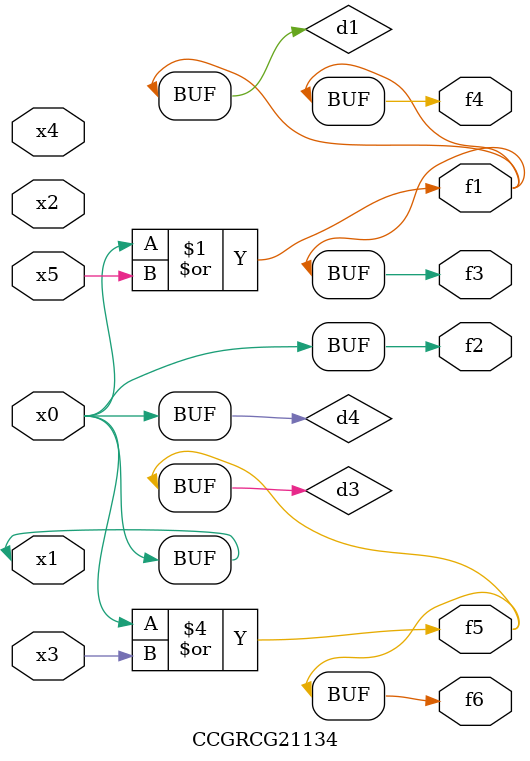
<source format=v>
module CCGRCG21134(
	input x0, x1, x2, x3, x4, x5,
	output f1, f2, f3, f4, f5, f6
);

	wire d1, d2, d3, d4;

	or (d1, x0, x5);
	xnor (d2, x1, x4);
	or (d3, x0, x3);
	buf (d4, x0, x1);
	assign f1 = d1;
	assign f2 = d4;
	assign f3 = d1;
	assign f4 = d1;
	assign f5 = d3;
	assign f6 = d3;
endmodule

</source>
